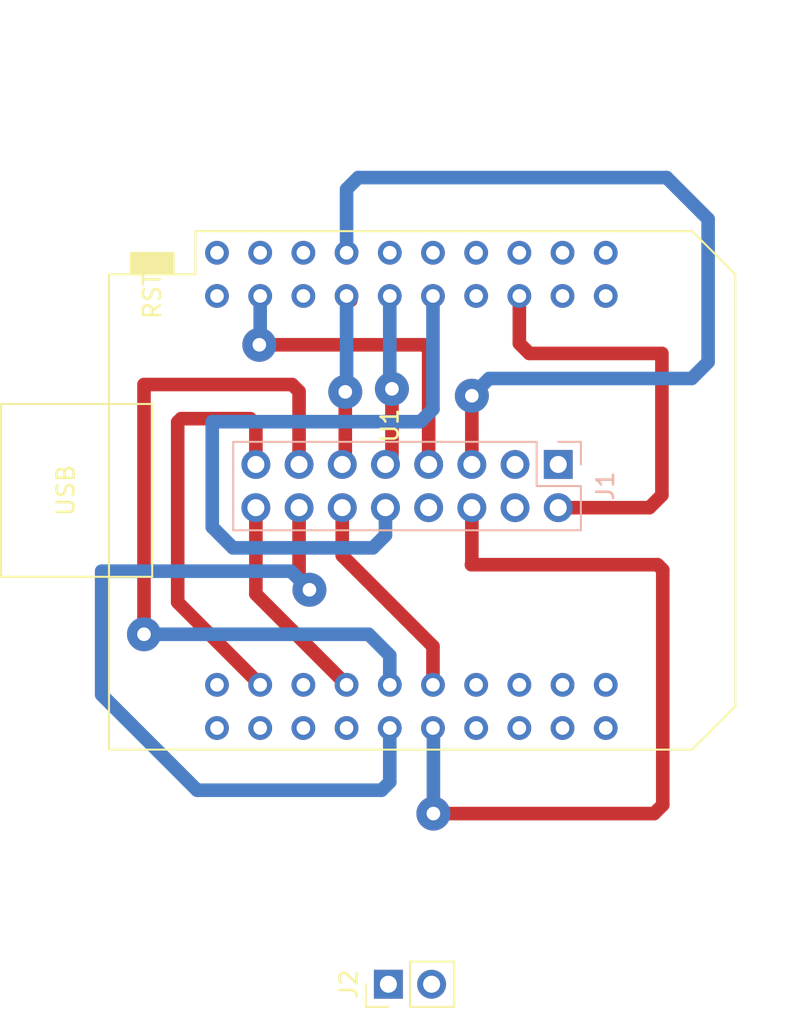
<source format=kicad_pcb>
(kicad_pcb (version 20211014) (generator pcbnew)
  (layers (0 "F.Cu" signal) (31 "B.Cu" signal) (34 "B.Paste" user) (35 "F.Paste" user) (36 "B.SilkS" user "B.Silkscreen") (37 "F.SilkS" user "F.Silkscreen") (38 "B.Mask" user) (39 "F.Mask" user) (44 "Edge.Cuts" user))
  (net 0 "")
  (net 1 "Net-(J1-Pad1)")
  (net 2 "Net-(J1-Pad2)")
  (net 3 "Net-(J1-Pad3)")
  (net 4 "Net-(J1-Pad16)")
  (net 5 "Net-(J1-Pad5)")
  (net 6 "Net-(J1-Pad6)")
  (net 7 "Net-(J1-Pad7)")
  (net 9 "Net-(J1-Pad9)")
  (net 10 "Net-(J1-Pad10)")
  (net 11 "Net-(J1-Pad11)")
  (net 12 "Net-(J1-Pad12)")
  (net 13 "Net-(J1-Pad13)")
  (net 14 "Net-(J1-Pad14)")
  (net 15 "Net-(J1-Pad15)")
  (net 16 "Net-(J2-Pad1)")
  (net 17 "Net-(J2-Pad2)")
  (footprint "Connector_PinHeader_2.54mm:PinHeader_1x02_P2.54mm_Vertical" (layer "F.Cu") (at 133.2688 101.6762 90)
    (fp_text reference "J2" (at 0 -2.33 90) (layer "F.SilkS"))
    (fp_text value "Power")
    (fp_line (start -1.33 0) (end -1.33 -1.33) (layer "F.SilkS") (width 0.12))
    (fp_line (start -1.33 1.27) (end 1.33 1.27) (layer "F.SilkS") (width 0.12))
    (fp_line (start -1.33 3.87) (end 1.33 3.87) (layer "F.SilkS") (width 0.12))
    (fp_line (start -1.33 1.27) (end -1.33 3.87) (layer "F.SilkS") (width 0.12))
    (fp_line (start 1.33 1.27) (end 1.33 3.87) (layer "F.SilkS") (width 0.12))
    (fp_line (start -1.33 -1.33) (end 0 -1.33) (layer "F.SilkS") (width 0.12))
    (pad "1" thru_hole rect (at 0 0 90) (size 1.7 1.7) (drill 1) (layers *.Cu *.Mask) (net 16 "Net-(J2-Pad1)"))
    (pad "2" thru_hole oval (at 0 2.54 90) (size 1.7 1.7) (drill 1) (layers *.Cu *.Mask) (net 17 "Net-(J2-Pad2)"))
  )
  (footprint "ESP32_mini:ESP32_mini" (layer "F.Cu") (at 134.62 72.644 -90)
    (fp_text reference "U1" (at -3.81 1.27 90) (layer "F.SilkS"))
    (fp_text value "mini_esp32")
    (fp_text user "USB" (at 0 20.32 90) (layer "F.SilkS"))
    (fp_text user "RST" (at -11.43 15.24 90) (layer "F.SilkS"))
    (fp_line (start -5.08 15.24) (end 5.08 15.24) (layer "F.SilkS") (width 0.12))
    (fp_line (start -5.08 17.78) (end -5.08 15.24) (layer "F.SilkS") (width 0.12))
    (fp_line (start -12.7 -19.05) (end -11.43 -19.05) (layer "F.SilkS") (width 0.12))
    (fp_line (start 5.08 15.24) (end 5.08 17.78) (layer "F.SilkS") (width 0.12))
    (fp_line (start -15.24 -16.51) (end -15.24 12.7) (layer "F.SilkS") (width 0.12))
    (fp_line (start -12.7 17.78) (end 15.24 17.78) (layer "F.SilkS") (width 0.12))
    (fp_line (start 12.7 -19.05) (end -11.43 -19.05) (layer "F.SilkS") (width 0.12))
    (fp_line (start -12.7 -19.05) (end -15.24 -16.51) (layer "F.SilkS") (width 0.12))
    (fp_line (start -12.7 12.7) (end -12.7 17.78) (layer "F.SilkS") (width 0.12))
    (fp_line (start -5.08 24.13) (end 5.08 24.13) (layer "F.SilkS") (width 0.12))
    (fp_line (start -15.24 12.7) (end -12.7 12.7) (layer "F.SilkS") (width 0.12))
    (fp_line (start 12.7 -19.05) (end 15.24 -16.51) (layer "F.SilkS") (width 0.12))
    (fp_line (start 5.08 24.13) (end 5.08 17.78) (layer "F.SilkS") (width 0.12))
    (fp_line (start 15.24 -16.51) (end 15.24 17.78) (layer "F.SilkS") (width 0.12))
    (fp_line (start -5.08 17.78) (end -5.08 24.13) (layer "F.SilkS") (width 0.12))
    (fp_poly (pts (xy -13.97 16.51) (xy -13.97 13.97) (xy -12.7 13.97) (xy -12.7 16.51)) (layer "F.SilkS") (width 0.1) (fill solid))
    (pad "1" thru_hole circle locked (at -13.97 -11.43 180) (size 1.4 1.4) (drill 0.8) (layers *.Cu *.Mask) (net 17 "Net-(J2-Pad2)"))
    (pad "2" thru_hole circle locked (at -11.43 -11.43 180) (size 1.4 1.4) (drill 0.8) (layers *.Cu *.Mask))
    (pad "3" thru_hole circle locked (at -13.97 -8.89 180) (size 1.4 1.4) (drill 0.8) (layers *.Cu *.Mask))
    (pad "4" thru_hole circle locked (at -11.43 -8.89 180) (size 1.4 1.4) (drill 0.8) (layers *.Cu *.Mask))
    (pad "5" thru_hole circle locked (at -13.97 -6.35 180) (size 1.4 1.4) (drill 0.8) (layers *.Cu *.Mask))
    (pad "6" thru_hole circle locked (at -11.43 -6.35 180) (size 1.4 1.4) (drill 0.8) (layers *.Cu *.Mask) (net 2 "Net-(J1-Pad2)"))
    (pad "7" thru_hole circle locked (at -13.97 -3.81 180) (size 1.4 1.4) (drill 0.8) (layers *.Cu *.Mask))
    (pad "8" thru_hole circle locked (at -11.43 -3.81 180) (size 1.4 1.4) (drill 0.8) (layers *.Cu *.Mask))
    (pad "9" thru_hole circle locked (at -13.97 -1.27 180) (size 1.4 1.4) (drill 0.8) (layers *.Cu *.Mask))
    (pad "10" thru_hole circle locked (at -11.43 -1.27 180) (size 1.4 1.4) (drill 0.8) (layers *.Cu *.Mask) (net 10 "Net-(J1-Pad10)"))
    (pad "11" thru_hole circle locked (at -13.97 1.27 180) (size 1.4 1.4) (drill 0.8) (layers *.Cu *.Mask))
    (pad "12" thru_hole circle locked (at -11.43 1.27 180) (size 1.4 1.4) (drill 0.8) (layers *.Cu *.Mask) (net 9 "Net-(J1-Pad9)"))
    (pad "13" thru_hole circle locked (at -13.97 3.81 180) (size 1.4 1.4) (drill 0.8) (layers *.Cu *.Mask) (net 5 "Net-(J1-Pad5)"))
    (pad "14" thru_hole circle locked (at -11.43 3.81 180) (size 1.4 1.4) (drill 0.8) (layers *.Cu *.Mask) (net 11 "Net-(J1-Pad11)"))
    (pad "15" thru_hole circle locked (at -13.97 6.35 180) (size 1.4 1.4) (drill 0.8) (layers *.Cu *.Mask))
    (pad "16" thru_hole circle locked (at -11.43 6.35 180) (size 1.4 1.4) (drill 0.8) (layers *.Cu *.Mask))
    (pad "17" thru_hole circle locked (at -13.97 8.89 180) (size 1.4 1.4) (drill 0.8) (layers *.Cu *.Mask))
    (pad "18" thru_hole circle locked (at -11.43 8.89 180) (size 1.4 1.4) (drill 0.8) (layers *.Cu *.Mask) (net 7 "Net-(J1-Pad7)"))
    (pad "19" thru_hole circle locked (at -13.97 11.43 180) (size 1.4 1.4) (drill 0.8) (layers *.Cu *.Mask))
    (pad "20" thru_hole circle locked (at -11.43 11.43 180) (size 1.4 1.4) (drill 0.8) (layers *.Cu *.Mask))
    (pad "21" thru_hole circle locked (at 11.43 -11.43 180) (size 1.4 1.4) (drill 0.8) (layers *.Cu *.Mask))
    (pad "22" thru_hole circle locked (at 13.97 -11.43 180) (size 1.4 1.4) (drill 0.8) (layers *.Cu *.Mask) (net 17 "Net-(J2-Pad2)"))
    (pad "23" thru_hole circle locked (at 11.43 -8.89 180) (size 1.4 1.4) (drill 0.8) (layers *.Cu *.Mask))
    (pad "24" thru_hole circle locked (at 13.97 -8.89 180) (size 1.4 1.4) (drill 0.8) (layers *.Cu *.Mask) (net 3 "Net-(J1-Pad3)"))
    (pad "25" thru_hole circle locked (at 11.43 -6.35 180) (size 1.4 1.4) (drill 0.8) (layers *.Cu *.Mask))
    (pad "26" thru_hole circle locked (at 13.97 -6.35 180) (size 1.4 1.4) (drill 0.8) (layers *.Cu *.Mask) (net 1 "Net-(J1-Pad1)"))
    (pad "27" thru_hole circle locked (at 11.43 -3.81 180) (size 1.4 1.4) (drill 0.8) (layers *.Cu *.Mask))
    (pad "28" thru_hole circle locked (at 13.97 -3.81 180) (size 1.4 1.4) (drill 0.8) (layers *.Cu *.Mask))
    (pad "29" thru_hole circle locked (at 11.43 -1.27 180) (size 1.4 1.4) (drill 0.8) (layers *.Cu *.Mask) (net 12 "Net-(J1-Pad12)"))
    (pad "30" thru_hole circle locked (at 13.97 -1.27 180) (size 1.4 1.4) (drill 0.8) (layers *.Cu *.Mask) (net 6 "Net-(J1-Pad6)"))
    (pad "31" thru_hole circle locked (at 11.43 1.27 180) (size 1.4 1.4) (drill 0.8) (layers *.Cu *.Mask) (net 13 "Net-(J1-Pad13)"))
    (pad "32" thru_hole circle locked (at 13.97 1.27 180) (size 1.4 1.4) (drill 0.8) (layers *.Cu *.Mask) (net 14 "Net-(J1-Pad14)"))
    (pad "33" thru_hole circle locked (at 11.43 3.81 180) (size 1.4 1.4) (drill 0.8) (layers *.Cu *.Mask) (net 4 "Net-(J1-Pad16)"))
    (pad "34" thru_hole circle locked (at 13.97 3.81 180) (size 1.4 1.4) (drill 0.8) (layers *.Cu *.Mask))
    (pad "35" thru_hole circle locked (at 11.43 6.35 180) (size 1.4 1.4) (drill 0.8) (layers *.Cu *.Mask) (net 16 "Net-(J2-Pad1)"))
    (pad "36" thru_hole circle locked (at 13.97 6.35 180) (size 1.4 1.4) (drill 0.8) (layers *.Mask))
    (pad "37" thru_hole circle locked (at 11.43 8.89 180) (size 1.4 1.4) (drill 0.8) (layers *.Cu *.Mask) (net 15 "Net-(J1-Pad15)"))
    (pad "38" thru_hole circle locked (at 13.97 8.89 180) (size 1.4 1.4) (drill 0.8) (layers *.Cu *.Mask))
    (pad "39" thru_hole circle locked (at 11.43 11.43 180) (size 1.4 1.4) (drill 0.8) (layers *.Cu *.Mask))
    (pad "40" thru_hole circle locked (at 13.97 11.43 180) (size 1.4 1.4) (drill 0.8) (layers *.Cu *.Mask))
  )
  (footprint "Connector_PinSocket_2.54mm:PinSocket_2x08_P2.54mm_Vertical" (layer "B.Cu") (at 143.256 71.12 90)
    (fp_text reference "J1" (at -1.27 2.77 90) (layer "B.SilkS"))
    (fp_text value "PUT_IN")
    (fp_line (start -3.87 -19.11) (end 1.33 -19.11) (layer "B.SilkS") (width 0.12))
    (fp_line (start 0 1.33) (end 1.33 1.33) (layer "B.SilkS") (width 0.12))
    (fp_line (start 1.33 1.33) (end 1.33 0) (layer "B.SilkS") (width 0.12))
    (fp_line (start -3.87 1.33) (end -3.87 -19.11) (layer "B.SilkS") (width 0.12))
    (fp_line (start -3.87 1.33) (end -1.27 1.33) (layer "B.SilkS") (width 0.12))
    (fp_line (start 1.33 -1.27) (end 1.33 -19.11) (layer "B.SilkS") (width 0.12))
    (fp_line (start -1.27 1.33) (end -1.27 -1.27) (layer "B.SilkS") (width 0.12))
    (fp_line (start -1.27 -1.27) (end 1.33 -1.27) (layer "B.SilkS") (width 0.12))
    (pad "1" thru_hole rect (at 0 0 90) (size 1.7 1.7) (drill 1) (layers *.Cu *.Mask) (net 1 "Net-(J1-Pad1)"))
    (pad "2" thru_hole oval (at -2.54 0 90) (size 1.7 1.7) (drill 1) (layers *.Cu *.Mask) (net 2 "Net-(J1-Pad2)"))
    (pad "3" thru_hole oval (at 0 -2.54 90) (size 1.7 1.7) (drill 1) (layers *.Cu *.Mask) (net 3 "Net-(J1-Pad3)"))
    (pad "4" thru_hole oval (at -2.54 -2.54 90) (size 1.7 1.7) (drill 1) (layers *.Cu *.Mask) (net 4 "Net-(J1-Pad16)"))
    (pad "5" thru_hole oval (at 0 -5.08 90) (size 1.7 1.7) (drill 1) (layers *.Cu *.Mask) (net 5 "Net-(J1-Pad5)"))
    (pad "6" thru_hole oval (at -2.54 -5.08 90) (size 1.7 1.7) (drill 1) (layers *.Cu *.Mask) (net 6 "Net-(J1-Pad6)"))
    (pad "7" thru_hole oval (at 0 -7.62 90) (size 1.7 1.7) (drill 1) (layers *.Cu *.Mask) (net 7 "Net-(J1-Pad7)"))
    (pad "8" thru_hole oval (at -2.54 -7.62 90) (size 1.7 1.7) (drill 1) (layers *.Cu *.Mask))
    (pad "9" thru_hole oval (at 0 -10.16 90) (size 1.7 1.7) (drill 1) (layers *.Cu *.Mask) (net 9 "Net-(J1-Pad9)"))
    (pad "10" thru_hole oval (at -2.54 -10.16 90) (size 1.7 1.7) (drill 1) (layers *.Cu *.Mask) (net 10 "Net-(J1-Pad10)"))
    (pad "11" thru_hole oval (at 0 -12.7 90) (size 1.7 1.7) (drill 1) (layers *.Cu *.Mask) (net 11 "Net-(J1-Pad11)"))
    (pad "12" thru_hole oval (at -2.54 -12.7 90) (size 1.7 1.7) (drill 1) (layers *.Cu *.Mask) (net 12 "Net-(J1-Pad12)"))
    (pad "13" thru_hole oval (at 0 -15.24 90) (size 1.7 1.7) (drill 1) (layers *.Cu *.Mask) (net 13 "Net-(J1-Pad13)"))
    (pad "14" thru_hole oval (at -2.54 -15.24 90) (size 1.7 1.7) (drill 1) (layers *.Cu *.Mask) (net 14 "Net-(J1-Pad14)"))
    (pad "15" thru_hole oval (at 0 -17.78 90) (size 1.7 1.7) (drill 1) (layers *.Cu *.Mask) (net 15 "Net-(J1-Pad15)"))
    (pad "16" thru_hole oval (at -2.54 -17.78 90) (size 1.7 1.7) (drill 1) (layers *.Cu *.Mask) (net 4 "Net-(J1-Pad16)"))
  )
  (segment (start 149.352 64.5922) (end 149.352 72.9234) (width 0.8) (layer "F.Cu") (net 2))
  (segment (start 149.352 72.9234) (end 148.6154 73.66) (width 0.8) (layer "F.Cu") (net 2))
  (segment (start 140.97 64.008) (end 141.5542 64.5922) (width 0.8) (layer "F.Cu") (net 2))
  (segment (start 140.97 61.214) (end 140.97 64.008) (width 0.8) (layer "F.Cu") (net 2))
  (segment (start 148.6154 73.66) (end 143.256 73.66) (width 0.8) (layer "F.Cu") (net 2))
  (segment (start 141.5542 64.5922) (end 149.352 64.5922) (width 0.8) (layer "F.Cu") (net 2))
  (segment (start 125.476 73.66) (end 125.476 78.74) (width 0.8) (layer "F.Cu") (net 4))
  (segment (start 125.476 78.74) (end 130.81 84.074) (width 0.8) (layer "F.Cu") (net 4))
  (segment (start 138.176 67.0814) (end 138.176 71.12) (width 0.8) (layer "F.Cu") (net 5))
  (via (at 138.176 67.0814) (size 2) (drill 0.8) (layers "F.Cu" "B.Cu") (net 5))
  (segment (start 149.6314 54.2544) (end 152.0698 56.6928) (width 0.8) (layer "B.Cu") (net 5))
  (segment (start 131.4958 54.2544) (end 149.6314 54.2544) (width 0.8) (layer "B.Cu") (net 5))
  (segment (start 139.192 66.0654) (end 138.176 67.0814) (width 0.8) (layer "B.Cu") (net 5))
  (segment (start 130.81 54.9402) (end 131.4958 54.2544) (width 0.8) (layer "B.Cu") (net 5))
  (segment (start 151.1046 66.0654) (end 139.192 66.0654) (width 0.8) (layer "B.Cu") (net 5))
  (segment (start 130.81 58.674) (end 130.81 54.9402) (width 0.8) (layer "B.Cu") (net 5))
  (segment (start 152.0698 56.6928) (end 152.0698 65.1002) (width 0.8) (layer "B.Cu") (net 5))
  (segment (start 152.0698 65.1002) (end 151.1046 66.0654) (width 0.8) (layer "B.Cu") (net 5))
  (segment (start 149.4028 77.3176) (end 149.4028 91.1352) (width 0.8) (layer "F.Cu") (net 6))
  (segment (start 149.098 77.0128) (end 149.4028 77.3176) (width 0.8) (layer "F.Cu") (net 6))
  (segment (start 149.4028 91.1352) (end 148.8948 91.6432) (width 0.8) (layer "F.Cu") (net 6))
  (segment (start 148.8948 91.6432) (end 135.9154 91.6432) (width 0.8) (layer "F.Cu") (net 6))
  (segment (start 138.1506 77.0128) (end 149.098 77.0128) (width 0.8) (layer "F.Cu") (net 6))
  (segment (start 138.176 76.9874) (end 138.1506 77.0128) (width 0.8) (layer "F.Cu") (net 6))
  (segment (start 138.176 73.66) (end 138.176 76.9874) (width 0.8) (layer "F.Cu") (net 6))
  (via (at 135.9154 91.6432) (size 2) (drill 0.8) (layers "F.Cu" "B.Cu") (net 6))
  (segment (start 135.9154 86.6394) (end 135.89 86.614) (width 0.8) (layer "B.Cu") (net 6))
  (segment (start 135.9154 91.6432) (end 135.9154 86.6394) (width 0.8) (layer "B.Cu") (net 6))
  (segment (start 125.6792 64.0842) (end 135.3566 64.0842) (width 0.8) (layer "F.Cu") (net 7))
  (segment (start 135.3566 64.0842) (end 135.636 64.3636) (width 0.8) (layer "F.Cu") (net 7))
  (segment (start 135.636 64.3636) (end 135.636 71.12) (width 0.8) (layer "F.Cu") (net 7))
  (segment (start 125.73 64.0334) (end 125.6792 64.0842) (width 0.8) (layer "F.Cu") (net 7))
  (via (at 125.6792 64.0842) (size 2) (drill 0.8) (layers "F.Cu" "B.Cu") (net 7))
  (segment (start 125.73 64.0334) (end 125.6792 64.0842) (width 0.8) (layer "B.Cu") (net 7))
  (segment (start 125.73 61.214) (end 125.73 64.0334) (width 0.8) (layer "B.Cu") (net 7))
  (segment (start 133.477 70.739) (end 133.096 71.12) (width 0.8) (layer "F.Cu") (net 9))
  (segment (start 133.477 66.675) (end 133.477 70.739) (width 0.8) (layer "F.Cu") (net 9))
  (segment (start 133.35 66.548) (end 133.477 66.675) (width 0.8) (layer "F.Cu") (net 9))
  (via (at 133.477 66.675) (size 2) (drill 0.8) (layers "F.Cu" "B.Cu") (net 9))
  (segment (start 133.35 66.548) (end 133.477 66.675) (width 0.8) (layer "B.Cu") (net 9))
  (segment (start 133.477 70.739) (end 133.096 71.12) (width 0.8) (layer "B.Cu") (net 9))
  (segment (start 133.35 61.214) (end 133.35 66.548) (width 0.8) (layer "B.Cu") (net 9))
  (segment (start 122.9106 68.6054) (end 122.9106 74.803) (width 0.8) (layer "B.Cu") (net 10))
  (segment (start 133.096 75.2856) (end 133.096 73.66) (width 0.8) (layer "B.Cu") (net 10))
  (segment (start 135.89 61.214) (end 135.89 67.8688) (width 0.8) (layer "B.Cu") (net 10))
  (segment (start 135.89 67.8688) (end 135.1534 68.6054) (width 0.8) (layer "B.Cu") (net 10))
  (segment (start 124.1298 76.0222) (end 132.3594 76.0222) (width 0.8) (layer "B.Cu") (net 10))
  (segment (start 135.1534 68.6054) (end 122.9106 68.6054) (width 0.8) (layer "B.Cu") (net 10))
  (segment (start 122.9106 74.803) (end 124.1298 76.0222) (width 0.8) (layer "B.Cu") (net 10))
  (segment (start 132.3594 76.0222) (end 133.096 75.2856) (width 0.8) (layer "B.Cu") (net 10))
  (segment (start 130.7338 70.9422) (end 130.556 71.12) (width 0.8) (layer "F.Cu") (net 11))
  (segment (start 130.7338 66.8528) (end 130.7338 70.9422) (width 0.8) (layer "F.Cu") (net 11))
  (segment (start 130.81 66.7766) (end 130.7338 66.8528) (width 0.8) (layer "F.Cu") (net 11))
  (segment (start 130.81 61.214) (end 131.064 61.468) (width 0.8) (layer "F.Cu") (net 11))
  (via (at 130.7338 66.8528) (size 2) (drill 0.8) (layers "F.Cu" "B.Cu") (net 11))
  (segment (start 130.7338 70.9422) (end 130.556 71.12) (width 0.8) (layer "B.Cu") (net 11))
  (segment (start 130.81 66.7766) (end 130.7338 66.8528) (width 0.8) (layer "B.Cu") (net 11))
  (segment (start 130.81 61.214) (end 130.81 66.7766) (width 0.8) (layer "B.Cu") (net 11))
  (segment (start 135.89 81.8134) (end 135.89 84.074) (width 0.8) (layer "F.Cu") (net 12))
  (segment (start 130.556 76.4794) (end 135.89 81.8134) (width 0.8) (layer "F.Cu") (net 12))
  (segment (start 130.556 73.66) (end 130.556 76.4794) (width 0.8) (layer "F.Cu") (net 12))
  (segment (start 128.016 71.12) (end 128.016 66.8274) (width 0.8) (layer "F.Cu") (net 13))
  (segment (start 128.016 66.8274) (end 127.6096 66.421) (width 0.8) (layer "F.Cu") (net 13))
  (segment (start 127.6096 66.421) (end 118.8974 66.421) (width 0.8) (layer "F.Cu") (net 13))
  (segment (start 118.8974 66.421) (end 118.8974 81.1022) (width 0.8) (layer "F.Cu") (net 13))
  (via (at 118.8974 81.1022) (size 2) (drill 0.8) (layers "F.Cu" "B.Cu") (net 13))
  (segment (start 118.8974 81.1022) (end 132.1054 81.1022) (width 0.8) (layer "B.Cu") (net 13))
  (segment (start 132.1054 81.1022) (end 133.35 82.3468) (width 0.8) (layer "B.Cu") (net 13))
  (segment (start 133.35 82.3468) (end 133.35 84.074) (width 0.8) (layer "B.Cu") (net 13))
  (segment (start 128.016 77.8764) (end 128.6256 78.486) (width 0.8) (layer "F.Cu") (net 14))
  (segment (start 128.016 73.66) (end 128.016 77.8764) (width 0.8) (layer "F.Cu") (net 14))
  (via (at 128.6256 78.486) (size 2) (drill 0.8) (layers "F.Cu" "B.Cu") (net 14))
  (segment (start 132.8674 90.2716) (end 133.35 89.789) (width 0.8) (layer "B.Cu") (net 14))
  (segment (start 116.4082 84.6582) (end 122.0216 90.2716) (width 0.8) (layer "B.Cu") (net 14))
  (segment (start 127.5334 77.3938) (end 116.4082 77.3938) (width 0.8) (layer "B.Cu") (net 14))
  (segment (start 122.0216 90.2716) (end 132.8674 90.2716) (width 0.8) (layer "B.Cu") (net 14))
  (segment (start 128.6256 78.486) (end 127.5334 77.3938) (width 0.8) (layer "B.Cu") (net 14))
  (segment (start 116.4082 77.3938) (end 116.4082 84.6582) (width 0.8) (layer "B.Cu") (net 14))
  (segment (start 133.35 89.789) (end 133.35 86.614) (width 0.8) (layer "B.Cu") (net 14))
  (segment (start 121.0818 68.4276) (end 120.8786 68.6308) (width 0.8) (layer "F.Cu") (net 15))
  (segment (start 125.476 71.12) (end 125.476 68.7578) (width 0.8) (layer "F.Cu") (net 15))
  (segment (start 120.8786 79.2226) (end 125.73 84.074) (width 0.8) (layer "F.Cu") (net 15))
  (segment (start 125.476 68.7578) (end 125.1458 68.4276) (width 0.8) (layer "F.Cu") (net 15))
  (segment (start 125.1458 68.4276) (end 121.0818 68.4276) (width 0.8) (layer "F.Cu") (net 15))
  (segment (start 120.8786 68.6308) (end 120.8786 79.2226) (width 0.8) (layer "F.Cu") (net 15))
)
</source>
